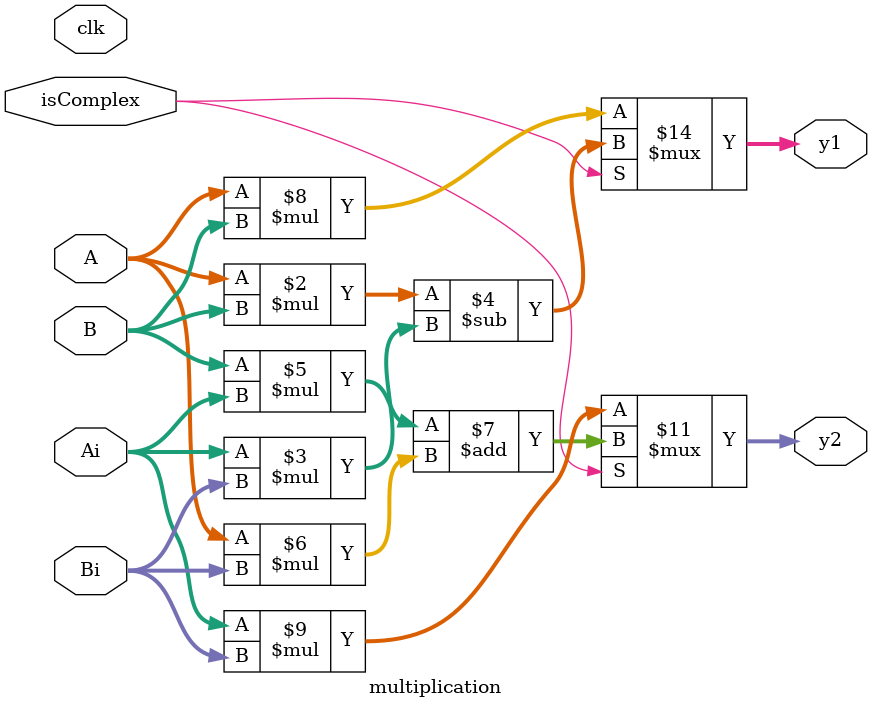
<source format=v>
module multiplication(clk, isComplex, A, B, Ai, Bi, y1, y2);
  input [15:0] A, B, Ai, Bi;
  input clk, isComplex;
  output reg [31:0] y1, y2;

  always @(clk)
    begin
      if (isComplex)
        begin
		  y1 <= A*B - Ai*Bi;
	      y2 <= B*Ai + A*Bi;
		end
      else
	    begin
		  y1 <= A * B;
          y2 <= Ai * Bi;
        end
    end
endmodule
</source>
